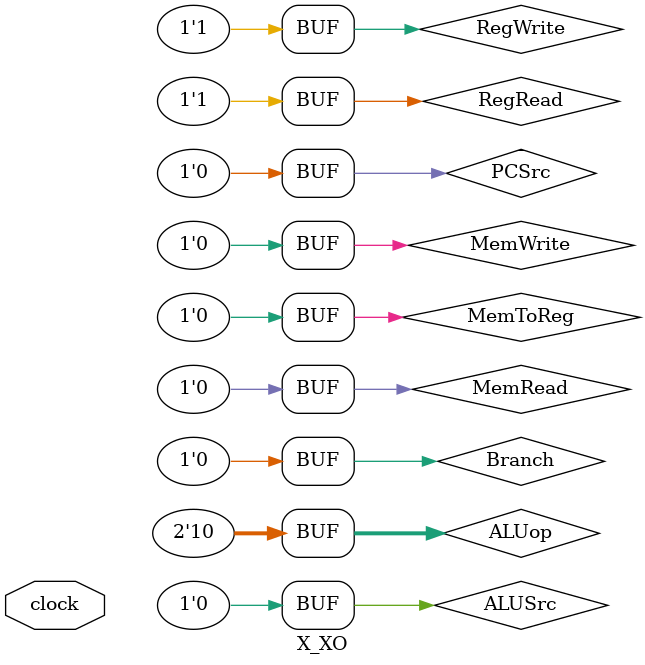
<source format=v>
/* uPowerISA Core Module is the centre of all operations that handles all the operations and instantiates
all the necessary modules
*/
`include "../Module 3 - Instruction Fetch/parse_instruction.v"
`include "../Module 1 - ALU/ALU64Bit.v"
`include "../Module 2 - ALU Control/uPowerALUControl.v"
`include "Instruction_read.v"
`include "Memory_read_write.v"
`include "Register_read_write.v"

module X_XO(clock);

input clock; //Execution happens only at positive level-transition (edge sensitive)

//Program counter

reg [31:0] PC = 32'b0;

//Instruction
wire [31:0] instruction;

//Parse instruction
wire [5:0] po;
wire [4:0] rs,rt,rd,bo,bi;
wire [8:0] xoxo;
wire [9:0] xox;
wire rc,aa,lk,oe;
wire [13:0] bd;
wire [63:0] ds;
wire [15:0] si;
wire [23:0] li;
wire [1:0] xods;
wire [3:0] ALUInput;

//Signals

reg RegRead, RegWrite;
reg MemRead, MemWrite, MemToReg;
reg Branch, ALUSrc, PCSrc;
reg [1:0] ALUop;

//Register contents
wire [63:0] write_data, rs_content, rt_content, rd_content, memory_read_data;

		initial begin
		    MemRead  = 1'b0;
			MemWrite = 1'b0;
			RegWrite = 1'b1;
			RegRead  = 1'b1;
			Branch   = 1'b0;
			ALUSrc   = 1'b0;
			PCSrc    = 1'b0;
			MemToReg = 1'b0;
			ALUop	 = 2'b10;

		end


//Modules are instantiated
read_instructions p1(instruction, PC);
parse_instruction p2(po, rs, rt, rd, bo, bi, aa, lk, rc, oe, xox, xoxo, si, bd, ds, xods, li, instruction, PC);
//control_unit p3(RegRead, RegWrite, MemRead, MemWrite, Branch, MemToReg, ALUSrc, PCSrc, ALUop, po);
ALU_Control p4(ALUInput, ALUop, xox,xoxo,xods);
ALU64bit p5(write_data, flag, ALUSrc, ALUInput, rs_content, rt_content, ds);
read_write_memory p6(memory_read_data, write_data, rd_content, rd, po, MemWrite, MemRead);
read_write_registers p7(rs_content, rt_content, rd_content, memory_read_data, write_data, rs, rt, rd, bo, bi, po, RegRead, RegWrite, MemToReg, clock);

// Updating the PC value

always @(posedge clock) 
 begin
     
     if(flag == 1 & Branch == 1 & aa == 0 & po == 6'd19)           //Branch Conditional
       PC = PC + 1 + $signed(bd);

     else if(flag == 1 & Branch == 1 & aa == 1 & po == 6'd19) begin //Branch Absolute
       PC = $signed(bd);
	   end

     else if(Branch == 1 & aa == 1 & po == 6'd18)
       PC = $signed(li);

     else if(Branch == 1 & aa == 0 & po == 6'd18)
       PC = PC + 1 + $signed(li);
     else 
       PC = PC + 1;
 end


endmodule
</source>
